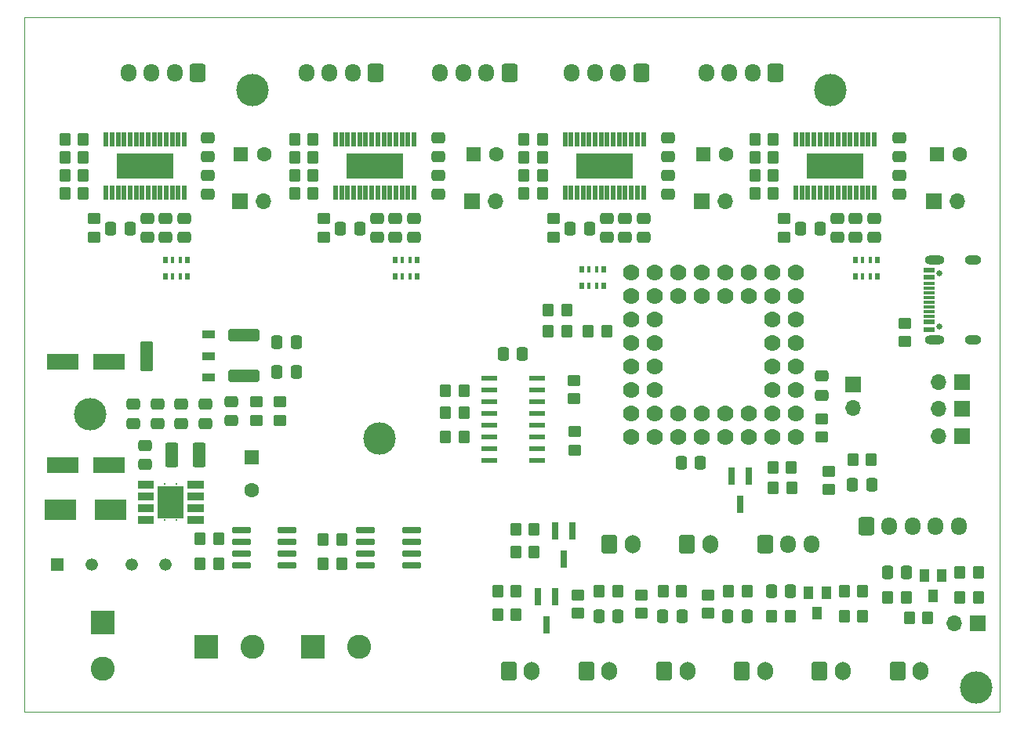
<source format=gbr>
%TF.GenerationSoftware,KiCad,Pcbnew,(6.0.6)*%
%TF.CreationDate,2022-09-07T02:31:15-05:00*%
%TF.ProjectId,rp2040-board,72703230-3430-42d6-926f-6172642e6b69,rev?*%
%TF.SameCoordinates,Original*%
%TF.FileFunction,Soldermask,Top*%
%TF.FilePolarity,Negative*%
%FSLAX46Y46*%
G04 Gerber Fmt 4.6, Leading zero omitted, Abs format (unit mm)*
G04 Created by KiCad (PCBNEW (6.0.6)) date 2022-09-07 02:31:15*
%MOMM*%
%LPD*%
G01*
G04 APERTURE LIST*
G04 Aperture macros list*
%AMRoundRect*
0 Rectangle with rounded corners*
0 $1 Rounding radius*
0 $2 $3 $4 $5 $6 $7 $8 $9 X,Y pos of 4 corners*
0 Add a 4 corners polygon primitive as box body*
4,1,4,$2,$3,$4,$5,$6,$7,$8,$9,$2,$3,0*
0 Add four circle primitives for the rounded corners*
1,1,$1+$1,$2,$3*
1,1,$1+$1,$4,$5*
1,1,$1+$1,$6,$7*
1,1,$1+$1,$8,$9*
0 Add four rect primitives between the rounded corners*
20,1,$1+$1,$2,$3,$4,$5,0*
20,1,$1+$1,$4,$5,$6,$7,0*
20,1,$1+$1,$6,$7,$8,$9,0*
20,1,$1+$1,$8,$9,$2,$3,0*%
G04 Aperture macros list end*
%TA.AperFunction,Profile*%
%ADD10C,0.025400*%
%TD*%
%ADD11C,0.010000*%
%ADD12RoundRect,0.250000X0.350000X0.450000X-0.350000X0.450000X-0.350000X-0.450000X0.350000X-0.450000X0*%
%ADD13R,1.600000X1.600000*%
%ADD14C,1.600000*%
%ADD15C,0.609600*%
%ADD16O,1.803400X0.990600*%
%ADD17O,2.108200X0.990600*%
%ADD18C,0.660400*%
%ADD19R,1.143000X0.584200*%
%ADD20R,1.143000X0.304800*%
%ADD21RoundRect,0.250000X1.450000X-0.400000X1.450000X0.400000X-1.450000X0.400000X-1.450000X-0.400000X0*%
%ADD22RoundRect,0.042000X-0.943000X-0.258000X0.943000X-0.258000X0.943000X0.258000X-0.943000X0.258000X0*%
%ADD23RoundRect,0.250000X-0.337500X-0.475000X0.337500X-0.475000X0.337500X0.475000X-0.337500X0.475000X0*%
%ADD24RoundRect,0.250000X-0.475000X0.337500X-0.475000X-0.337500X0.475000X-0.337500X0.475000X0.337500X0*%
%ADD25RoundRect,0.250000X-0.350000X-0.450000X0.350000X-0.450000X0.350000X0.450000X-0.350000X0.450000X0*%
%ADD26RoundRect,0.250000X0.475000X-0.337500X0.475000X0.337500X-0.475000X0.337500X-0.475000X-0.337500X0*%
%ADD27R,0.500000X0.800000*%
%ADD28R,0.400000X0.800000*%
%ADD29C,0.300000*%
%ADD30RoundRect,0.250000X0.450000X-0.350000X0.450000X0.350000X-0.450000X0.350000X-0.450000X-0.350000X0*%
%ADD31RoundRect,0.250000X-0.450000X0.350000X-0.450000X-0.350000X0.450000X-0.350000X0.450000X0.350000X0*%
%ADD32R,1.700000X1.700000*%
%ADD33O,1.700000X1.700000*%
%ADD34RoundRect,0.093000X0.562000X-0.372000X0.562000X0.372000X-0.562000X0.372000X-0.562000X-0.372000X0*%
%ADD35RoundRect,0.131000X0.524000X-1.489000X0.524000X1.489000X-0.524000X1.489000X-0.524000X-1.489000X0*%
%ADD36R,0.800000X1.900000*%
%ADD37RoundRect,0.250000X-0.600000X-0.750000X0.600000X-0.750000X0.600000X0.750000X-0.600000X0.750000X0*%
%ADD38O,1.700000X2.000000*%
%ADD39R,1.000000X1.400000*%
%ADD40R,3.500000X1.800000*%
%ADD41RoundRect,0.041300X-0.833700X-0.253700X0.833700X-0.253700X0.833700X0.253700X-0.833700X0.253700X0*%
%ADD42C,1.778000*%
%ADD43RoundRect,0.250000X0.337500X0.475000X-0.337500X0.475000X-0.337500X-0.475000X0.337500X-0.475000X0*%
%ADD44RoundRect,0.020000X0.180000X-0.760000X0.180000X0.760000X-0.180000X0.760000X-0.180000X-0.760000X0*%
%ADD45R,6.200000X2.750000*%
%ADD46C,3.500000*%
%ADD47R,2.600000X2.600000*%
%ADD48C,2.600000*%
%ADD49RoundRect,0.250001X-0.462499X-1.074999X0.462499X-1.074999X0.462499X1.074999X-0.462499X1.074999X0*%
%ADD50R,3.500000X2.300000*%
%ADD51RoundRect,0.250000X0.600000X0.725000X-0.600000X0.725000X-0.600000X-0.725000X0.600000X-0.725000X0*%
%ADD52O,1.700000X1.950000*%
%ADD53RoundRect,0.250000X-0.600000X-0.725000X0.600000X-0.725000X0.600000X0.725000X-0.600000X0.725000X0*%
%ADD54R,1.337000X1.337000*%
%ADD55C,1.337000*%
G04 APERTURE END LIST*
D10*
X97650000Y-63005200D02*
X97650000Y-138100000D01*
X202952600Y-63000000D02*
X97650000Y-63005200D01*
X202952600Y-138094800D02*
X202952600Y-63000000D01*
X97650000Y-138100000D02*
X202952600Y-138094800D01*
%TO.C,U2*%
G36*
X111513000Y-114446000D02*
G01*
X111515000Y-114446000D01*
X111518000Y-114447000D01*
X111520000Y-114447000D01*
X111523000Y-114448000D01*
X111525000Y-114449000D01*
X111528000Y-114450000D01*
X111530000Y-114452000D01*
X111532000Y-114453000D01*
X111534000Y-114455000D01*
X111536000Y-114456000D01*
X111544000Y-114464000D01*
X111545000Y-114466000D01*
X111547000Y-114468000D01*
X111548000Y-114470000D01*
X111550000Y-114472000D01*
X111551000Y-114475000D01*
X111552000Y-114477000D01*
X111553000Y-114480000D01*
X111553000Y-114482000D01*
X111554000Y-114485000D01*
X111554000Y-114487000D01*
X111555000Y-114490000D01*
X111555000Y-115140000D01*
X111554000Y-115143000D01*
X111554000Y-115145000D01*
X111553000Y-115148000D01*
X111553000Y-115150000D01*
X111552000Y-115153000D01*
X111551000Y-115155000D01*
X111550000Y-115158000D01*
X111548000Y-115160000D01*
X111547000Y-115162000D01*
X111545000Y-115164000D01*
X111544000Y-115166000D01*
X111536000Y-115174000D01*
X111534000Y-115175000D01*
X111532000Y-115177000D01*
X111530000Y-115178000D01*
X111528000Y-115180000D01*
X111525000Y-115181000D01*
X111523000Y-115182000D01*
X111520000Y-115183000D01*
X111518000Y-115183000D01*
X111515000Y-115184000D01*
X111513000Y-115184000D01*
X111510000Y-115185000D01*
X109910000Y-115185000D01*
X109907000Y-115184000D01*
X109905000Y-115184000D01*
X109902000Y-115183000D01*
X109900000Y-115183000D01*
X109897000Y-115182000D01*
X109895000Y-115181000D01*
X109892000Y-115180000D01*
X109890000Y-115178000D01*
X109888000Y-115177000D01*
X109886000Y-115175000D01*
X109884000Y-115174000D01*
X109876000Y-115166000D01*
X109875000Y-115164000D01*
X109873000Y-115162000D01*
X109872000Y-115160000D01*
X109870000Y-115158000D01*
X109869000Y-115155000D01*
X109868000Y-115153000D01*
X109867000Y-115150000D01*
X109867000Y-115148000D01*
X109866000Y-115145000D01*
X109866000Y-115143000D01*
X109865000Y-115140000D01*
X109865000Y-114490000D01*
X109866000Y-114487000D01*
X109866000Y-114485000D01*
X109867000Y-114482000D01*
X109867000Y-114480000D01*
X109868000Y-114477000D01*
X109869000Y-114475000D01*
X109870000Y-114472000D01*
X109872000Y-114470000D01*
X109873000Y-114468000D01*
X109875000Y-114466000D01*
X109876000Y-114464000D01*
X109884000Y-114456000D01*
X109886000Y-114455000D01*
X109888000Y-114453000D01*
X109890000Y-114452000D01*
X109892000Y-114450000D01*
X109895000Y-114449000D01*
X109897000Y-114448000D01*
X109900000Y-114447000D01*
X109902000Y-114447000D01*
X109905000Y-114446000D01*
X109907000Y-114446000D01*
X109910000Y-114445000D01*
X111510000Y-114445000D01*
X111513000Y-114446000D01*
G37*
D11*
X111513000Y-114446000D02*
X111515000Y-114446000D01*
X111518000Y-114447000D01*
X111520000Y-114447000D01*
X111523000Y-114448000D01*
X111525000Y-114449000D01*
X111528000Y-114450000D01*
X111530000Y-114452000D01*
X111532000Y-114453000D01*
X111534000Y-114455000D01*
X111536000Y-114456000D01*
X111544000Y-114464000D01*
X111545000Y-114466000D01*
X111547000Y-114468000D01*
X111548000Y-114470000D01*
X111550000Y-114472000D01*
X111551000Y-114475000D01*
X111552000Y-114477000D01*
X111553000Y-114480000D01*
X111553000Y-114482000D01*
X111554000Y-114485000D01*
X111554000Y-114487000D01*
X111555000Y-114490000D01*
X111555000Y-115140000D01*
X111554000Y-115143000D01*
X111554000Y-115145000D01*
X111553000Y-115148000D01*
X111553000Y-115150000D01*
X111552000Y-115153000D01*
X111551000Y-115155000D01*
X111550000Y-115158000D01*
X111548000Y-115160000D01*
X111547000Y-115162000D01*
X111545000Y-115164000D01*
X111544000Y-115166000D01*
X111536000Y-115174000D01*
X111534000Y-115175000D01*
X111532000Y-115177000D01*
X111530000Y-115178000D01*
X111528000Y-115180000D01*
X111525000Y-115181000D01*
X111523000Y-115182000D01*
X111520000Y-115183000D01*
X111518000Y-115183000D01*
X111515000Y-115184000D01*
X111513000Y-115184000D01*
X111510000Y-115185000D01*
X109910000Y-115185000D01*
X109907000Y-115184000D01*
X109905000Y-115184000D01*
X109902000Y-115183000D01*
X109900000Y-115183000D01*
X109897000Y-115182000D01*
X109895000Y-115181000D01*
X109892000Y-115180000D01*
X109890000Y-115178000D01*
X109888000Y-115177000D01*
X109886000Y-115175000D01*
X109884000Y-115174000D01*
X109876000Y-115166000D01*
X109875000Y-115164000D01*
X109873000Y-115162000D01*
X109872000Y-115160000D01*
X109870000Y-115158000D01*
X109869000Y-115155000D01*
X109868000Y-115153000D01*
X109867000Y-115150000D01*
X109867000Y-115148000D01*
X109866000Y-115145000D01*
X109866000Y-115143000D01*
X109865000Y-115140000D01*
X109865000Y-114490000D01*
X109866000Y-114487000D01*
X109866000Y-114485000D01*
X109867000Y-114482000D01*
X109867000Y-114480000D01*
X109868000Y-114477000D01*
X109869000Y-114475000D01*
X109870000Y-114472000D01*
X109872000Y-114470000D01*
X109873000Y-114468000D01*
X109875000Y-114466000D01*
X109876000Y-114464000D01*
X109884000Y-114456000D01*
X109886000Y-114455000D01*
X109888000Y-114453000D01*
X109890000Y-114452000D01*
X109892000Y-114450000D01*
X109895000Y-114449000D01*
X109897000Y-114448000D01*
X109900000Y-114447000D01*
X109902000Y-114447000D01*
X109905000Y-114446000D01*
X109907000Y-114446000D01*
X109910000Y-114445000D01*
X111510000Y-114445000D01*
X111513000Y-114446000D01*
G36*
X116913000Y-115716000D02*
G01*
X116915000Y-115716000D01*
X116918000Y-115717000D01*
X116920000Y-115717000D01*
X116923000Y-115718000D01*
X116925000Y-115719000D01*
X116928000Y-115720000D01*
X116930000Y-115722000D01*
X116932000Y-115723000D01*
X116934000Y-115725000D01*
X116936000Y-115726000D01*
X116944000Y-115734000D01*
X116945000Y-115736000D01*
X116947000Y-115738000D01*
X116948000Y-115740000D01*
X116950000Y-115742000D01*
X116951000Y-115745000D01*
X116952000Y-115747000D01*
X116953000Y-115750000D01*
X116953000Y-115752000D01*
X116954000Y-115755000D01*
X116954000Y-115757000D01*
X116955000Y-115760000D01*
X116955000Y-116410000D01*
X116954000Y-116413000D01*
X116954000Y-116415000D01*
X116953000Y-116418000D01*
X116953000Y-116420000D01*
X116952000Y-116423000D01*
X116951000Y-116425000D01*
X116950000Y-116428000D01*
X116948000Y-116430000D01*
X116947000Y-116432000D01*
X116945000Y-116434000D01*
X116944000Y-116436000D01*
X116936000Y-116444000D01*
X116934000Y-116445000D01*
X116932000Y-116447000D01*
X116930000Y-116448000D01*
X116928000Y-116450000D01*
X116925000Y-116451000D01*
X116923000Y-116452000D01*
X116920000Y-116453000D01*
X116918000Y-116453000D01*
X116915000Y-116454000D01*
X116913000Y-116454000D01*
X116910000Y-116455000D01*
X115310000Y-116455000D01*
X115307000Y-116454000D01*
X115305000Y-116454000D01*
X115302000Y-116453000D01*
X115300000Y-116453000D01*
X115297000Y-116452000D01*
X115295000Y-116451000D01*
X115292000Y-116450000D01*
X115290000Y-116448000D01*
X115288000Y-116447000D01*
X115286000Y-116445000D01*
X115284000Y-116444000D01*
X115276000Y-116436000D01*
X115275000Y-116434000D01*
X115273000Y-116432000D01*
X115272000Y-116430000D01*
X115270000Y-116428000D01*
X115269000Y-116425000D01*
X115268000Y-116423000D01*
X115267000Y-116420000D01*
X115267000Y-116418000D01*
X115266000Y-116415000D01*
X115266000Y-116413000D01*
X115265000Y-116410000D01*
X115265000Y-115760000D01*
X115266000Y-115757000D01*
X115266000Y-115755000D01*
X115267000Y-115752000D01*
X115267000Y-115750000D01*
X115268000Y-115747000D01*
X115269000Y-115745000D01*
X115270000Y-115742000D01*
X115272000Y-115740000D01*
X115273000Y-115738000D01*
X115275000Y-115736000D01*
X115276000Y-115734000D01*
X115284000Y-115726000D01*
X115286000Y-115725000D01*
X115288000Y-115723000D01*
X115290000Y-115722000D01*
X115292000Y-115720000D01*
X115295000Y-115719000D01*
X115297000Y-115718000D01*
X115300000Y-115717000D01*
X115302000Y-115717000D01*
X115305000Y-115716000D01*
X115307000Y-115716000D01*
X115310000Y-115715000D01*
X116910000Y-115715000D01*
X116913000Y-115716000D01*
G37*
X116913000Y-115716000D02*
X116915000Y-115716000D01*
X116918000Y-115717000D01*
X116920000Y-115717000D01*
X116923000Y-115718000D01*
X116925000Y-115719000D01*
X116928000Y-115720000D01*
X116930000Y-115722000D01*
X116932000Y-115723000D01*
X116934000Y-115725000D01*
X116936000Y-115726000D01*
X116944000Y-115734000D01*
X116945000Y-115736000D01*
X116947000Y-115738000D01*
X116948000Y-115740000D01*
X116950000Y-115742000D01*
X116951000Y-115745000D01*
X116952000Y-115747000D01*
X116953000Y-115750000D01*
X116953000Y-115752000D01*
X116954000Y-115755000D01*
X116954000Y-115757000D01*
X116955000Y-115760000D01*
X116955000Y-116410000D01*
X116954000Y-116413000D01*
X116954000Y-116415000D01*
X116953000Y-116418000D01*
X116953000Y-116420000D01*
X116952000Y-116423000D01*
X116951000Y-116425000D01*
X116950000Y-116428000D01*
X116948000Y-116430000D01*
X116947000Y-116432000D01*
X116945000Y-116434000D01*
X116944000Y-116436000D01*
X116936000Y-116444000D01*
X116934000Y-116445000D01*
X116932000Y-116447000D01*
X116930000Y-116448000D01*
X116928000Y-116450000D01*
X116925000Y-116451000D01*
X116923000Y-116452000D01*
X116920000Y-116453000D01*
X116918000Y-116453000D01*
X116915000Y-116454000D01*
X116913000Y-116454000D01*
X116910000Y-116455000D01*
X115310000Y-116455000D01*
X115307000Y-116454000D01*
X115305000Y-116454000D01*
X115302000Y-116453000D01*
X115300000Y-116453000D01*
X115297000Y-116452000D01*
X115295000Y-116451000D01*
X115292000Y-116450000D01*
X115290000Y-116448000D01*
X115288000Y-116447000D01*
X115286000Y-116445000D01*
X115284000Y-116444000D01*
X115276000Y-116436000D01*
X115275000Y-116434000D01*
X115273000Y-116432000D01*
X115272000Y-116430000D01*
X115270000Y-116428000D01*
X115269000Y-116425000D01*
X115268000Y-116423000D01*
X115267000Y-116420000D01*
X115267000Y-116418000D01*
X115266000Y-116415000D01*
X115266000Y-116413000D01*
X115265000Y-116410000D01*
X115265000Y-115760000D01*
X115266000Y-115757000D01*
X115266000Y-115755000D01*
X115267000Y-115752000D01*
X115267000Y-115750000D01*
X115268000Y-115747000D01*
X115269000Y-115745000D01*
X115270000Y-115742000D01*
X115272000Y-115740000D01*
X115273000Y-115738000D01*
X115275000Y-115736000D01*
X115276000Y-115734000D01*
X115284000Y-115726000D01*
X115286000Y-115725000D01*
X115288000Y-115723000D01*
X115290000Y-115722000D01*
X115292000Y-115720000D01*
X115295000Y-115719000D01*
X115297000Y-115718000D01*
X115300000Y-115717000D01*
X115302000Y-115717000D01*
X115305000Y-115716000D01*
X115307000Y-115716000D01*
X115310000Y-115715000D01*
X116910000Y-115715000D01*
X116913000Y-115716000D01*
G36*
X116913000Y-114446000D02*
G01*
X116915000Y-114446000D01*
X116918000Y-114447000D01*
X116920000Y-114447000D01*
X116923000Y-114448000D01*
X116925000Y-114449000D01*
X116928000Y-114450000D01*
X116930000Y-114452000D01*
X116932000Y-114453000D01*
X116934000Y-114455000D01*
X116936000Y-114456000D01*
X116944000Y-114464000D01*
X116945000Y-114466000D01*
X116947000Y-114468000D01*
X116948000Y-114470000D01*
X116950000Y-114472000D01*
X116951000Y-114475000D01*
X116952000Y-114477000D01*
X116953000Y-114480000D01*
X116953000Y-114482000D01*
X116954000Y-114485000D01*
X116954000Y-114487000D01*
X116955000Y-114490000D01*
X116955000Y-115140000D01*
X116954000Y-115143000D01*
X116954000Y-115145000D01*
X116953000Y-115148000D01*
X116953000Y-115150000D01*
X116952000Y-115153000D01*
X116951000Y-115155000D01*
X116950000Y-115158000D01*
X116948000Y-115160000D01*
X116947000Y-115162000D01*
X116945000Y-115164000D01*
X116944000Y-115166000D01*
X116936000Y-115174000D01*
X116934000Y-115175000D01*
X116932000Y-115177000D01*
X116930000Y-115178000D01*
X116928000Y-115180000D01*
X116925000Y-115181000D01*
X116923000Y-115182000D01*
X116920000Y-115183000D01*
X116918000Y-115183000D01*
X116915000Y-115184000D01*
X116913000Y-115184000D01*
X116910000Y-115185000D01*
X115310000Y-115185000D01*
X115307000Y-115184000D01*
X115305000Y-115184000D01*
X115302000Y-115183000D01*
X115300000Y-115183000D01*
X115297000Y-115182000D01*
X115295000Y-115181000D01*
X115292000Y-115180000D01*
X115290000Y-115178000D01*
X115288000Y-115177000D01*
X115286000Y-115175000D01*
X115284000Y-115174000D01*
X115276000Y-115166000D01*
X115275000Y-115164000D01*
X115273000Y-115162000D01*
X115272000Y-115160000D01*
X115270000Y-115158000D01*
X115269000Y-115155000D01*
X115268000Y-115153000D01*
X115267000Y-115150000D01*
X115267000Y-115148000D01*
X115266000Y-115145000D01*
X115266000Y-115143000D01*
X115265000Y-115140000D01*
X115265000Y-114490000D01*
X115266000Y-114487000D01*
X115266000Y-114485000D01*
X115267000Y-114482000D01*
X115267000Y-114480000D01*
X115268000Y-114477000D01*
X115269000Y-114475000D01*
X115270000Y-114472000D01*
X115272000Y-114470000D01*
X115273000Y-114468000D01*
X115275000Y-114466000D01*
X115276000Y-114464000D01*
X115284000Y-114456000D01*
X115286000Y-114455000D01*
X115288000Y-114453000D01*
X115290000Y-114452000D01*
X115292000Y-114450000D01*
X115295000Y-114449000D01*
X115297000Y-114448000D01*
X115300000Y-114447000D01*
X115302000Y-114447000D01*
X115305000Y-114446000D01*
X115307000Y-114446000D01*
X115310000Y-114445000D01*
X116910000Y-114445000D01*
X116913000Y-114446000D01*
G37*
X116913000Y-114446000D02*
X116915000Y-114446000D01*
X116918000Y-114447000D01*
X116920000Y-114447000D01*
X116923000Y-114448000D01*
X116925000Y-114449000D01*
X116928000Y-114450000D01*
X116930000Y-114452000D01*
X116932000Y-114453000D01*
X116934000Y-114455000D01*
X116936000Y-114456000D01*
X116944000Y-114464000D01*
X116945000Y-114466000D01*
X116947000Y-114468000D01*
X116948000Y-114470000D01*
X116950000Y-114472000D01*
X116951000Y-114475000D01*
X116952000Y-114477000D01*
X116953000Y-114480000D01*
X116953000Y-114482000D01*
X116954000Y-114485000D01*
X116954000Y-114487000D01*
X116955000Y-114490000D01*
X116955000Y-115140000D01*
X116954000Y-115143000D01*
X116954000Y-115145000D01*
X116953000Y-115148000D01*
X116953000Y-115150000D01*
X116952000Y-115153000D01*
X116951000Y-115155000D01*
X116950000Y-115158000D01*
X116948000Y-115160000D01*
X116947000Y-115162000D01*
X116945000Y-115164000D01*
X116944000Y-115166000D01*
X116936000Y-115174000D01*
X116934000Y-115175000D01*
X116932000Y-115177000D01*
X116930000Y-115178000D01*
X116928000Y-115180000D01*
X116925000Y-115181000D01*
X116923000Y-115182000D01*
X116920000Y-115183000D01*
X116918000Y-115183000D01*
X116915000Y-115184000D01*
X116913000Y-115184000D01*
X116910000Y-115185000D01*
X115310000Y-115185000D01*
X115307000Y-115184000D01*
X115305000Y-115184000D01*
X115302000Y-115183000D01*
X115300000Y-115183000D01*
X115297000Y-115182000D01*
X115295000Y-115181000D01*
X115292000Y-115180000D01*
X115290000Y-115178000D01*
X115288000Y-115177000D01*
X115286000Y-115175000D01*
X115284000Y-115174000D01*
X115276000Y-115166000D01*
X115275000Y-115164000D01*
X115273000Y-115162000D01*
X115272000Y-115160000D01*
X115270000Y-115158000D01*
X115269000Y-115155000D01*
X115268000Y-115153000D01*
X115267000Y-115150000D01*
X115267000Y-115148000D01*
X115266000Y-115145000D01*
X115266000Y-115143000D01*
X115265000Y-115140000D01*
X115265000Y-114490000D01*
X115266000Y-114487000D01*
X115266000Y-114485000D01*
X115267000Y-114482000D01*
X115267000Y-114480000D01*
X115268000Y-114477000D01*
X115269000Y-114475000D01*
X115270000Y-114472000D01*
X115272000Y-114470000D01*
X115273000Y-114468000D01*
X115275000Y-114466000D01*
X115276000Y-114464000D01*
X115284000Y-114456000D01*
X115286000Y-114455000D01*
X115288000Y-114453000D01*
X115290000Y-114452000D01*
X115292000Y-114450000D01*
X115295000Y-114449000D01*
X115297000Y-114448000D01*
X115300000Y-114447000D01*
X115302000Y-114447000D01*
X115305000Y-114446000D01*
X115307000Y-114446000D01*
X115310000Y-114445000D01*
X116910000Y-114445000D01*
X116913000Y-114446000D01*
G36*
X111513000Y-113176000D02*
G01*
X111515000Y-113176000D01*
X111518000Y-113177000D01*
X111520000Y-113177000D01*
X111523000Y-113178000D01*
X111525000Y-113179000D01*
X111528000Y-113180000D01*
X111530000Y-113182000D01*
X111532000Y-113183000D01*
X111534000Y-113185000D01*
X111536000Y-113186000D01*
X111544000Y-113194000D01*
X111545000Y-113196000D01*
X111547000Y-113198000D01*
X111548000Y-113200000D01*
X111550000Y-113202000D01*
X111551000Y-113205000D01*
X111552000Y-113207000D01*
X111553000Y-113210000D01*
X111553000Y-113212000D01*
X111554000Y-113215000D01*
X111554000Y-113217000D01*
X111555000Y-113220000D01*
X111555000Y-113870000D01*
X111554000Y-113873000D01*
X111554000Y-113875000D01*
X111553000Y-113878000D01*
X111553000Y-113880000D01*
X111552000Y-113883000D01*
X111551000Y-113885000D01*
X111550000Y-113888000D01*
X111548000Y-113890000D01*
X111547000Y-113892000D01*
X111545000Y-113894000D01*
X111544000Y-113896000D01*
X111536000Y-113904000D01*
X111534000Y-113905000D01*
X111532000Y-113907000D01*
X111530000Y-113908000D01*
X111528000Y-113910000D01*
X111525000Y-113911000D01*
X111523000Y-113912000D01*
X111520000Y-113913000D01*
X111518000Y-113913000D01*
X111515000Y-113914000D01*
X111513000Y-113914000D01*
X111510000Y-113915000D01*
X109910000Y-113915000D01*
X109907000Y-113914000D01*
X109905000Y-113914000D01*
X109902000Y-113913000D01*
X109900000Y-113913000D01*
X109897000Y-113912000D01*
X109895000Y-113911000D01*
X109892000Y-113910000D01*
X109890000Y-113908000D01*
X109888000Y-113907000D01*
X109886000Y-113905000D01*
X109884000Y-113904000D01*
X109876000Y-113896000D01*
X109875000Y-113894000D01*
X109873000Y-113892000D01*
X109872000Y-113890000D01*
X109870000Y-113888000D01*
X109869000Y-113885000D01*
X109868000Y-113883000D01*
X109867000Y-113880000D01*
X109867000Y-113878000D01*
X109866000Y-113875000D01*
X109866000Y-113873000D01*
X109865000Y-113870000D01*
X109865000Y-113220000D01*
X109866000Y-113217000D01*
X109866000Y-113215000D01*
X109867000Y-113212000D01*
X109867000Y-113210000D01*
X109868000Y-113207000D01*
X109869000Y-113205000D01*
X109870000Y-113202000D01*
X109872000Y-113200000D01*
X109873000Y-113198000D01*
X109875000Y-113196000D01*
X109876000Y-113194000D01*
X109884000Y-113186000D01*
X109886000Y-113185000D01*
X109888000Y-113183000D01*
X109890000Y-113182000D01*
X109892000Y-113180000D01*
X109895000Y-113179000D01*
X109897000Y-113178000D01*
X109900000Y-113177000D01*
X109902000Y-113177000D01*
X109905000Y-113176000D01*
X109907000Y-113176000D01*
X109910000Y-113175000D01*
X111510000Y-113175000D01*
X111513000Y-113176000D01*
G37*
X111513000Y-113176000D02*
X111515000Y-113176000D01*
X111518000Y-113177000D01*
X111520000Y-113177000D01*
X111523000Y-113178000D01*
X111525000Y-113179000D01*
X111528000Y-113180000D01*
X111530000Y-113182000D01*
X111532000Y-113183000D01*
X111534000Y-113185000D01*
X111536000Y-113186000D01*
X111544000Y-113194000D01*
X111545000Y-113196000D01*
X111547000Y-113198000D01*
X111548000Y-113200000D01*
X111550000Y-113202000D01*
X111551000Y-113205000D01*
X111552000Y-113207000D01*
X111553000Y-113210000D01*
X111553000Y-113212000D01*
X111554000Y-113215000D01*
X111554000Y-113217000D01*
X111555000Y-113220000D01*
X111555000Y-113870000D01*
X111554000Y-113873000D01*
X111554000Y-113875000D01*
X111553000Y-113878000D01*
X111553000Y-113880000D01*
X111552000Y-113883000D01*
X111551000Y-113885000D01*
X111550000Y-113888000D01*
X111548000Y-113890000D01*
X111547000Y-113892000D01*
X111545000Y-113894000D01*
X111544000Y-113896000D01*
X111536000Y-113904000D01*
X111534000Y-113905000D01*
X111532000Y-113907000D01*
X111530000Y-113908000D01*
X111528000Y-113910000D01*
X111525000Y-113911000D01*
X111523000Y-113912000D01*
X111520000Y-113913000D01*
X111518000Y-113913000D01*
X111515000Y-113914000D01*
X111513000Y-113914000D01*
X111510000Y-113915000D01*
X109910000Y-113915000D01*
X109907000Y-113914000D01*
X109905000Y-113914000D01*
X109902000Y-113913000D01*
X109900000Y-113913000D01*
X109897000Y-113912000D01*
X109895000Y-113911000D01*
X109892000Y-113910000D01*
X109890000Y-113908000D01*
X109888000Y-113907000D01*
X109886000Y-113905000D01*
X109884000Y-113904000D01*
X109876000Y-113896000D01*
X109875000Y-113894000D01*
X109873000Y-113892000D01*
X109872000Y-113890000D01*
X109870000Y-113888000D01*
X109869000Y-113885000D01*
X109868000Y-113883000D01*
X109867000Y-113880000D01*
X109867000Y-113878000D01*
X109866000Y-113875000D01*
X109866000Y-113873000D01*
X109865000Y-113870000D01*
X109865000Y-113220000D01*
X109866000Y-113217000D01*
X109866000Y-113215000D01*
X109867000Y-113212000D01*
X109867000Y-113210000D01*
X109868000Y-113207000D01*
X109869000Y-113205000D01*
X109870000Y-113202000D01*
X109872000Y-113200000D01*
X109873000Y-113198000D01*
X109875000Y-113196000D01*
X109876000Y-113194000D01*
X109884000Y-113186000D01*
X109886000Y-113185000D01*
X109888000Y-113183000D01*
X109890000Y-113182000D01*
X109892000Y-113180000D01*
X109895000Y-113179000D01*
X109897000Y-113178000D01*
X109900000Y-113177000D01*
X109902000Y-113177000D01*
X109905000Y-113176000D01*
X109907000Y-113176000D01*
X109910000Y-113175000D01*
X111510000Y-113175000D01*
X111513000Y-113176000D01*
G36*
X116913000Y-116986000D02*
G01*
X116915000Y-116986000D01*
X116918000Y-116987000D01*
X116920000Y-116987000D01*
X116923000Y-116988000D01*
X116925000Y-116989000D01*
X116928000Y-116990000D01*
X116930000Y-116992000D01*
X116932000Y-116993000D01*
X116934000Y-116995000D01*
X116936000Y-116996000D01*
X116944000Y-117004000D01*
X116945000Y-117006000D01*
X116947000Y-117008000D01*
X116948000Y-117010000D01*
X116950000Y-117012000D01*
X116951000Y-117015000D01*
X116952000Y-117017000D01*
X116953000Y-117020000D01*
X116953000Y-117022000D01*
X116954000Y-117025000D01*
X116954000Y-117027000D01*
X116955000Y-117030000D01*
X116955000Y-117680000D01*
X116954000Y-117683000D01*
X116954000Y-117685000D01*
X116953000Y-117688000D01*
X116953000Y-117690000D01*
X116952000Y-117693000D01*
X116951000Y-117695000D01*
X116950000Y-117698000D01*
X116948000Y-117700000D01*
X116947000Y-117702000D01*
X116945000Y-117704000D01*
X116944000Y-117706000D01*
X116936000Y-117714000D01*
X116934000Y-117715000D01*
X116932000Y-117717000D01*
X116930000Y-117718000D01*
X116928000Y-117720000D01*
X116925000Y-117721000D01*
X116923000Y-117722000D01*
X116920000Y-117723000D01*
X116918000Y-117723000D01*
X116915000Y-117724000D01*
X116913000Y-117724000D01*
X116910000Y-117725000D01*
X115310000Y-117725000D01*
X115307000Y-117724000D01*
X115305000Y-117724000D01*
X115302000Y-117723000D01*
X115300000Y-117723000D01*
X115297000Y-117722000D01*
X115295000Y-117721000D01*
X115292000Y-117720000D01*
X115290000Y-117718000D01*
X115288000Y-117717000D01*
X115286000Y-117715000D01*
X115284000Y-117714000D01*
X115276000Y-117706000D01*
X115275000Y-117704000D01*
X115273000Y-117702000D01*
X115272000Y-117700000D01*
X115270000Y-117698000D01*
X115269000Y-117695000D01*
X115268000Y-117693000D01*
X115267000Y-117690000D01*
X115267000Y-117688000D01*
X115266000Y-117685000D01*
X115266000Y-117683000D01*
X115265000Y-117680000D01*
X115265000Y-117030000D01*
X115266000Y-117027000D01*
X115266000Y-117025000D01*
X115267000Y-117022000D01*
X115267000Y-117020000D01*
X115268000Y-117017000D01*
X115269000Y-117015000D01*
X115270000Y-117012000D01*
X115272000Y-117010000D01*
X115273000Y-117008000D01*
X115275000Y-117006000D01*
X115276000Y-117004000D01*
X115284000Y-116996000D01*
X115286000Y-116995000D01*
X115288000Y-116993000D01*
X115290000Y-116992000D01*
X115292000Y-116990000D01*
X115295000Y-116989000D01*
X115297000Y-116988000D01*
X115300000Y-116987000D01*
X115302000Y-116987000D01*
X115305000Y-116986000D01*
X115307000Y-116986000D01*
X115310000Y-116985000D01*
X116910000Y-116985000D01*
X116913000Y-116986000D01*
G37*
X116913000Y-116986000D02*
X116915000Y-116986000D01*
X116918000Y-116987000D01*
X116920000Y-116987000D01*
X116923000Y-116988000D01*
X116925000Y-116989000D01*
X116928000Y-116990000D01*
X116930000Y-116992000D01*
X116932000Y-116993000D01*
X116934000Y-116995000D01*
X116936000Y-116996000D01*
X116944000Y-117004000D01*
X116945000Y-117006000D01*
X116947000Y-117008000D01*
X116948000Y-117010000D01*
X116950000Y-117012000D01*
X116951000Y-117015000D01*
X116952000Y-117017000D01*
X116953000Y-117020000D01*
X116953000Y-117022000D01*
X116954000Y-117025000D01*
X116954000Y-117027000D01*
X116955000Y-117030000D01*
X116955000Y-117680000D01*
X116954000Y-117683000D01*
X116954000Y-117685000D01*
X116953000Y-117688000D01*
X116953000Y-117690000D01*
X116952000Y-117693000D01*
X116951000Y-117695000D01*
X116950000Y-117698000D01*
X116948000Y-117700000D01*
X116947000Y-117702000D01*
X116945000Y-117704000D01*
X116944000Y-117706000D01*
X116936000Y-117714000D01*
X116934000Y-117715000D01*
X116932000Y-117717000D01*
X116930000Y-117718000D01*
X116928000Y-117720000D01*
X116925000Y-117721000D01*
X116923000Y-117722000D01*
X116920000Y-117723000D01*
X116918000Y-117723000D01*
X116915000Y-117724000D01*
X116913000Y-117724000D01*
X116910000Y-117725000D01*
X115310000Y-117725000D01*
X115307000Y-117724000D01*
X115305000Y-117724000D01*
X115302000Y-117723000D01*
X115300000Y-117723000D01*
X115297000Y-117722000D01*
X115295000Y-117721000D01*
X115292000Y-117720000D01*
X115290000Y-117718000D01*
X115288000Y-117717000D01*
X115286000Y-117715000D01*
X115284000Y-117714000D01*
X115276000Y-117706000D01*
X115275000Y-117704000D01*
X115273000Y-117702000D01*
X115272000Y-117700000D01*
X115270000Y-117698000D01*
X115269000Y-117695000D01*
X115268000Y-117693000D01*
X115267000Y-117690000D01*
X115267000Y-117688000D01*
X115266000Y-117685000D01*
X115266000Y-117683000D01*
X115265000Y-117680000D01*
X115265000Y-117030000D01*
X115266000Y-117027000D01*
X115266000Y-117025000D01*
X115267000Y-117022000D01*
X115267000Y-117020000D01*
X115268000Y-117017000D01*
X115269000Y-117015000D01*
X115270000Y-117012000D01*
X115272000Y-117010000D01*
X115273000Y-117008000D01*
X115275000Y-117006000D01*
X115276000Y-117004000D01*
X115284000Y-116996000D01*
X115286000Y-116995000D01*
X115288000Y-116993000D01*
X115290000Y-116992000D01*
X115292000Y-116990000D01*
X115295000Y-116989000D01*
X115297000Y-116988000D01*
X115300000Y-116987000D01*
X115302000Y-116987000D01*
X115305000Y-116986000D01*
X115307000Y-116986000D01*
X115310000Y-116985000D01*
X116910000Y-116985000D01*
X116913000Y-116986000D01*
G36*
X111513000Y-116986000D02*
G01*
X111515000Y-116986000D01*
X111518000Y-116987000D01*
X111520000Y-116987000D01*
X111523000Y-116988000D01*
X111525000Y-116989000D01*
X111528000Y-116990000D01*
X111530000Y-116992000D01*
X111532000Y-116993000D01*
X111534000Y-116995000D01*
X111536000Y-116996000D01*
X111544000Y-117004000D01*
X111545000Y-117006000D01*
X111547000Y-117008000D01*
X111548000Y-117010000D01*
X111550000Y-117012000D01*
X111551000Y-117015000D01*
X111552000Y-117017000D01*
X111553000Y-117020000D01*
X111553000Y-117022000D01*
X111554000Y-117025000D01*
X111554000Y-117027000D01*
X111555000Y-117030000D01*
X111555000Y-117680000D01*
X111554000Y-117683000D01*
X111554000Y-117685000D01*
X111553000Y-117688000D01*
X111553000Y-117690000D01*
X111552000Y-117693000D01*
X111551000Y-117695000D01*
X111550000Y-117698000D01*
X111548000Y-117700000D01*
X111547000Y-117702000D01*
X111545000Y-117704000D01*
X111544000Y-117706000D01*
X111536000Y-117714000D01*
X111534000Y-117715000D01*
X111532000Y-117717000D01*
X111530000Y-117718000D01*
X111528000Y-117720000D01*
X111525000Y-117721000D01*
X111523000Y-117722000D01*
X111520000Y-117723000D01*
X111518000Y-117723000D01*
X111515000Y-117724000D01*
X111513000Y-117724000D01*
X111510000Y-117725000D01*
X109910000Y-117725000D01*
X109907000Y-117724000D01*
X109905000Y-117724000D01*
X109902000Y-117723000D01*
X109900000Y-117723000D01*
X109897000Y-117722000D01*
X109895000Y-117721000D01*
X109892000Y-117720000D01*
X109890000Y-117718000D01*
X109888000Y-117717000D01*
X109886000Y-117715000D01*
X109884000Y-117714000D01*
X109876000Y-117706000D01*
X109875000Y-117704000D01*
X109873000Y-117702000D01*
X109872000Y-117700000D01*
X109870000Y-117698000D01*
X109869000Y-117695000D01*
X109868000Y-117693000D01*
X109867000Y-117690000D01*
X109867000Y-117688000D01*
X109866000Y-117685000D01*
X109866000Y-117683000D01*
X109865000Y-117680000D01*
X109865000Y-117030000D01*
X109866000Y-117027000D01*
X109866000Y-117025000D01*
X109867000Y-117022000D01*
X109867000Y-117020000D01*
X109868000Y-117017000D01*
X109869000Y-117015000D01*
X109870000Y-117012000D01*
X109872000Y-117010000D01*
X109873000Y-117008000D01*
X109875000Y-117006000D01*
X109876000Y-117004000D01*
X109884000Y-116996000D01*
X109886000Y-116995000D01*
X109888000Y-116993000D01*
X109890000Y-116992000D01*
X109892000Y-116990000D01*
X109895000Y-116989000D01*
X109897000Y-116988000D01*
X109900000Y-116987000D01*
X109902000Y-116987000D01*
X109905000Y-116986000D01*
X109907000Y-116986000D01*
X109910000Y-116985000D01*
X111510000Y-116985000D01*
X111513000Y-116986000D01*
G37*
X111513000Y-116986000D02*
X111515000Y-116986000D01*
X111518000Y-116987000D01*
X111520000Y-116987000D01*
X111523000Y-116988000D01*
X111525000Y-116989000D01*
X111528000Y-116990000D01*
X111530000Y-116992000D01*
X111532000Y-116993000D01*
X111534000Y-116995000D01*
X111536000Y-116996000D01*
X111544000Y-117004000D01*
X111545000Y-117006000D01*
X111547000Y-117008000D01*
X111548000Y-117010000D01*
X111550000Y-117012000D01*
X111551000Y-117015000D01*
X111552000Y-117017000D01*
X111553000Y-117020000D01*
X111553000Y-117022000D01*
X111554000Y-117025000D01*
X111554000Y-117027000D01*
X111555000Y-117030000D01*
X111555000Y-117680000D01*
X111554000Y-117683000D01*
X111554000Y-117685000D01*
X111553000Y-117688000D01*
X111553000Y-117690000D01*
X111552000Y-117693000D01*
X111551000Y-117695000D01*
X111550000Y-117698000D01*
X111548000Y-117700000D01*
X111547000Y-117702000D01*
X111545000Y-117704000D01*
X111544000Y-117706000D01*
X111536000Y-117714000D01*
X111534000Y-117715000D01*
X111532000Y-117717000D01*
X111530000Y-117718000D01*
X111528000Y-117720000D01*
X111525000Y-117721000D01*
X111523000Y-117722000D01*
X111520000Y-117723000D01*
X111518000Y-117723000D01*
X111515000Y-117724000D01*
X111513000Y-117724000D01*
X111510000Y-117725000D01*
X109910000Y-117725000D01*
X109907000Y-117724000D01*
X109905000Y-117724000D01*
X109902000Y-117723000D01*
X109900000Y-117723000D01*
X109897000Y-117722000D01*
X109895000Y-117721000D01*
X109892000Y-117720000D01*
X109890000Y-117718000D01*
X109888000Y-117717000D01*
X109886000Y-117715000D01*
X109884000Y-117714000D01*
X109876000Y-117706000D01*
X109875000Y-117704000D01*
X109873000Y-117702000D01*
X109872000Y-117700000D01*
X109870000Y-117698000D01*
X109869000Y-117695000D01*
X109868000Y-117693000D01*
X109867000Y-117690000D01*
X109867000Y-117688000D01*
X109866000Y-117685000D01*
X109866000Y-117683000D01*
X109865000Y-117680000D01*
X109865000Y-117030000D01*
X109866000Y-117027000D01*
X109866000Y-117025000D01*
X109867000Y-117022000D01*
X109867000Y-117020000D01*
X109868000Y-117017000D01*
X109869000Y-117015000D01*
X109870000Y-117012000D01*
X109872000Y-117010000D01*
X109873000Y-117008000D01*
X109875000Y-117006000D01*
X109876000Y-117004000D01*
X109884000Y-116996000D01*
X109886000Y-116995000D01*
X109888000Y-116993000D01*
X109890000Y-116992000D01*
X109892000Y-116990000D01*
X109895000Y-116989000D01*
X109897000Y-116988000D01*
X109900000Y-116987000D01*
X109902000Y-116987000D01*
X109905000Y-116986000D01*
X109907000Y-116986000D01*
X109910000Y-116985000D01*
X111510000Y-116985000D01*
X111513000Y-116986000D01*
G36*
X114765000Y-117150000D02*
G01*
X112055000Y-117150000D01*
X112055000Y-113750000D01*
X114765000Y-113750000D01*
X114765000Y-117150000D01*
G37*
X114765000Y-117150000D02*
X112055000Y-117150000D01*
X112055000Y-113750000D01*
X114765000Y-113750000D01*
X114765000Y-117150000D01*
G36*
X111513000Y-115716000D02*
G01*
X111515000Y-115716000D01*
X111518000Y-115717000D01*
X111520000Y-115717000D01*
X111523000Y-115718000D01*
X111525000Y-115719000D01*
X111528000Y-115720000D01*
X111530000Y-115722000D01*
X111532000Y-115723000D01*
X111534000Y-115725000D01*
X111536000Y-115726000D01*
X111544000Y-115734000D01*
X111545000Y-115736000D01*
X111547000Y-115738000D01*
X111548000Y-115740000D01*
X111550000Y-115742000D01*
X111551000Y-115745000D01*
X111552000Y-115747000D01*
X111553000Y-115750000D01*
X111553000Y-115752000D01*
X111554000Y-115755000D01*
X111554000Y-115757000D01*
X111555000Y-115760000D01*
X111555000Y-116410000D01*
X111554000Y-116413000D01*
X111554000Y-116415000D01*
X111553000Y-116418000D01*
X111553000Y-116420000D01*
X111552000Y-116423000D01*
X111551000Y-116425000D01*
X111550000Y-116428000D01*
X111548000Y-116430000D01*
X111547000Y-116432000D01*
X111545000Y-116434000D01*
X111544000Y-116436000D01*
X111536000Y-116444000D01*
X111534000Y-116445000D01*
X111532000Y-116447000D01*
X111530000Y-116448000D01*
X111528000Y-116450000D01*
X111525000Y-116451000D01*
X111523000Y-116452000D01*
X111520000Y-116453000D01*
X111518000Y-116453000D01*
X111515000Y-116454000D01*
X111513000Y-116454000D01*
X111510000Y-116455000D01*
X109910000Y-116455000D01*
X109907000Y-116454000D01*
X109905000Y-116454000D01*
X109902000Y-116453000D01*
X109900000Y-116453000D01*
X109897000Y-116452000D01*
X109895000Y-116451000D01*
X109892000Y-116450000D01*
X109890000Y-116448000D01*
X109888000Y-116447000D01*
X109886000Y-116445000D01*
X109884000Y-116444000D01*
X109876000Y-116436000D01*
X109875000Y-116434000D01*
X109873000Y-116432000D01*
X109872000Y-116430000D01*
X109870000Y-116428000D01*
X109869000Y-116425000D01*
X109868000Y-116423000D01*
X109867000Y-116420000D01*
X109867000Y-116418000D01*
X109866000Y-116415000D01*
X109866000Y-116413000D01*
X109865000Y-116410000D01*
X109865000Y-115760000D01*
X109866000Y-115757000D01*
X109866000Y-115755000D01*
X109867000Y-115752000D01*
X109867000Y-115750000D01*
X109868000Y-115747000D01*
X109869000Y-115745000D01*
X109870000Y-115742000D01*
X109872000Y-115740000D01*
X109873000Y-115738000D01*
X109875000Y-115736000D01*
X109876000Y-115734000D01*
X109884000Y-115726000D01*
X109886000Y-115725000D01*
X109888000Y-115723000D01*
X109890000Y-115722000D01*
X109892000Y-115720000D01*
X109895000Y-115719000D01*
X109897000Y-115718000D01*
X109900000Y-115717000D01*
X109902000Y-115717000D01*
X109905000Y-115716000D01*
X109907000Y-115716000D01*
X109910000Y-115715000D01*
X111510000Y-115715000D01*
X111513000Y-115716000D01*
G37*
X111513000Y-115716000D02*
X111515000Y-115716000D01*
X111518000Y-115717000D01*
X111520000Y-115717000D01*
X111523000Y-115718000D01*
X111525000Y-115719000D01*
X111528000Y-115720000D01*
X111530000Y-115722000D01*
X111532000Y-115723000D01*
X111534000Y-115725000D01*
X111536000Y-115726000D01*
X111544000Y-115734000D01*
X111545000Y-115736000D01*
X111547000Y-115738000D01*
X111548000Y-115740000D01*
X111550000Y-115742000D01*
X111551000Y-115745000D01*
X111552000Y-115747000D01*
X111553000Y-115750000D01*
X111553000Y-115752000D01*
X111554000Y-115755000D01*
X111554000Y-115757000D01*
X111555000Y-115760000D01*
X111555000Y-116410000D01*
X111554000Y-116413000D01*
X111554000Y-116415000D01*
X111553000Y-116418000D01*
X111553000Y-116420000D01*
X111552000Y-116423000D01*
X111551000Y-116425000D01*
X111550000Y-116428000D01*
X111548000Y-116430000D01*
X111547000Y-116432000D01*
X111545000Y-116434000D01*
X111544000Y-116436000D01*
X111536000Y-116444000D01*
X111534000Y-116445000D01*
X111532000Y-116447000D01*
X111530000Y-116448000D01*
X111528000Y-116450000D01*
X111525000Y-116451000D01*
X111523000Y-116452000D01*
X111520000Y-116453000D01*
X111518000Y-116453000D01*
X111515000Y-116454000D01*
X111513000Y-116454000D01*
X111510000Y-116455000D01*
X109910000Y-116455000D01*
X109907000Y-116454000D01*
X109905000Y-116454000D01*
X109902000Y-116453000D01*
X109900000Y-116453000D01*
X109897000Y-116452000D01*
X109895000Y-116451000D01*
X109892000Y-116450000D01*
X109890000Y-116448000D01*
X109888000Y-116447000D01*
X109886000Y-116445000D01*
X109884000Y-116444000D01*
X109876000Y-116436000D01*
X109875000Y-116434000D01*
X109873000Y-116432000D01*
X109872000Y-116430000D01*
X109870000Y-116428000D01*
X109869000Y-116425000D01*
X109868000Y-116423000D01*
X109867000Y-116420000D01*
X109867000Y-116418000D01*
X109866000Y-116415000D01*
X109866000Y-116413000D01*
X109865000Y-116410000D01*
X109865000Y-115760000D01*
X109866000Y-115757000D01*
X109866000Y-115755000D01*
X109867000Y-115752000D01*
X109867000Y-115750000D01*
X109868000Y-115747000D01*
X109869000Y-115745000D01*
X109870000Y-115742000D01*
X109872000Y-115740000D01*
X109873000Y-115738000D01*
X109875000Y-115736000D01*
X109876000Y-115734000D01*
X109884000Y-115726000D01*
X109886000Y-115725000D01*
X109888000Y-115723000D01*
X109890000Y-115722000D01*
X109892000Y-115720000D01*
X109895000Y-115719000D01*
X109897000Y-115718000D01*
X109900000Y-115717000D01*
X109902000Y-115717000D01*
X109905000Y-115716000D01*
X109907000Y-115716000D01*
X109910000Y-115715000D01*
X111510000Y-115715000D01*
X111513000Y-115716000D01*
G36*
X116913000Y-113176000D02*
G01*
X116915000Y-113176000D01*
X116918000Y-113177000D01*
X116920000Y-113177000D01*
X116923000Y-113178000D01*
X116925000Y-113179000D01*
X116928000Y-113180000D01*
X116930000Y-113182000D01*
X116932000Y-113183000D01*
X116934000Y-113185000D01*
X116936000Y-113186000D01*
X116944000Y-113194000D01*
X116945000Y-113196000D01*
X116947000Y-113198000D01*
X116948000Y-113200000D01*
X116950000Y-113202000D01*
X116951000Y-113205000D01*
X116952000Y-113207000D01*
X116953000Y-113210000D01*
X116953000Y-113212000D01*
X116954000Y-113215000D01*
X116954000Y-113217000D01*
X116955000Y-113220000D01*
X116955000Y-113870000D01*
X116954000Y-113873000D01*
X116954000Y-113875000D01*
X116953000Y-113878000D01*
X116953000Y-113880000D01*
X116952000Y-113883000D01*
X116951000Y-113885000D01*
X116950000Y-113888000D01*
X116948000Y-113890000D01*
X116947000Y-113892000D01*
X116945000Y-113894000D01*
X116944000Y-113896000D01*
X116936000Y-113904000D01*
X116934000Y-113905000D01*
X116932000Y-113907000D01*
X116930000Y-113908000D01*
X116928000Y-113910000D01*
X116925000Y-113911000D01*
X116923000Y-113912000D01*
X116920000Y-113913000D01*
X116918000Y-113913000D01*
X116915000Y-113914000D01*
X116913000Y-113914000D01*
X116910000Y-113915000D01*
X115310000Y-113915000D01*
X115307000Y-113914000D01*
X115305000Y-113914000D01*
X115302000Y-113913000D01*
X115300000Y-113913000D01*
X115297000Y-113912000D01*
X115295000Y-113911000D01*
X115292000Y-113910000D01*
X115290000Y-113908000D01*
X115288000Y-113907000D01*
X115286000Y-113905000D01*
X115284000Y-113904000D01*
X115276000Y-113896000D01*
X115275000Y-113894000D01*
X115273000Y-113892000D01*
X115272000Y-113890000D01*
X115270000Y-113888000D01*
X115269000Y-113885000D01*
X115268000Y-113883000D01*
X115267000Y-113880000D01*
X115267000Y-113878000D01*
X115266000Y-113875000D01*
X115266000Y-113873000D01*
X115265000Y-113870000D01*
X115265000Y-113220000D01*
X115266000Y-113217000D01*
X115266000Y-113215000D01*
X115267000Y-113212000D01*
X115267000Y-113210000D01*
X115268000Y-113207000D01*
X115269000Y-113205000D01*
X115270000Y-113202000D01*
X115272000Y-113200000D01*
X115273000Y-113198000D01*
X115275000Y-113196000D01*
X115276000Y-113194000D01*
X115284000Y-113186000D01*
X115286000Y-113185000D01*
X115288000Y-113183000D01*
X115290000Y-113182000D01*
X115292000Y-113180000D01*
X115295000Y-113179000D01*
X115297000Y-113178000D01*
X115300000Y-113177000D01*
X115302000Y-113177000D01*
X115305000Y-113176000D01*
X115307000Y-113176000D01*
X115310000Y-113175000D01*
X116910000Y-113175000D01*
X116913000Y-113176000D01*
G37*
X116913000Y-113176000D02*
X116915000Y-113176000D01*
X116918000Y-113177000D01*
X116920000Y-113177000D01*
X116923000Y-113178000D01*
X116925000Y-113179000D01*
X116928000Y-113180000D01*
X116930000Y-113182000D01*
X116932000Y-113183000D01*
X116934000Y-113185000D01*
X116936000Y-113186000D01*
X116944000Y-113194000D01*
X116945000Y-113196000D01*
X116947000Y-113198000D01*
X116948000Y-113200000D01*
X116950000Y-113202000D01*
X116951000Y-113205000D01*
X116952000Y-113207000D01*
X116953000Y-113210000D01*
X116953000Y-113212000D01*
X116954000Y-113215000D01*
X116954000Y-113217000D01*
X116955000Y-113220000D01*
X116955000Y-113870000D01*
X116954000Y-113873000D01*
X116954000Y-113875000D01*
X116953000Y-113878000D01*
X116953000Y-113880000D01*
X116952000Y-113883000D01*
X116951000Y-113885000D01*
X116950000Y-113888000D01*
X116948000Y-113890000D01*
X116947000Y-113892000D01*
X116945000Y-113894000D01*
X116944000Y-113896000D01*
X116936000Y-113904000D01*
X116934000Y-113905000D01*
X116932000Y-113907000D01*
X116930000Y-113908000D01*
X116928000Y-113910000D01*
X116925000Y-113911000D01*
X116923000Y-113912000D01*
X116920000Y-113913000D01*
X116918000Y-113913000D01*
X116915000Y-113914000D01*
X116913000Y-113914000D01*
X116910000Y-113915000D01*
X115310000Y-113915000D01*
X115307000Y-113914000D01*
X115305000Y-113914000D01*
X115302000Y-113913000D01*
X115300000Y-113913000D01*
X115297000Y-113912000D01*
X115295000Y-113911000D01*
X115292000Y-113910000D01*
X115290000Y-113908000D01*
X115288000Y-113907000D01*
X115286000Y-113905000D01*
X115284000Y-113904000D01*
X115276000Y-113896000D01*
X115275000Y-113894000D01*
X115273000Y-113892000D01*
X115272000Y-113890000D01*
X115270000Y-113888000D01*
X115269000Y-113885000D01*
X115268000Y-113883000D01*
X115267000Y-113880000D01*
X115267000Y-113878000D01*
X115266000Y-113875000D01*
X115266000Y-113873000D01*
X115265000Y-113870000D01*
X115265000Y-113220000D01*
X115266000Y-113217000D01*
X115266000Y-113215000D01*
X115267000Y-113212000D01*
X115267000Y-113210000D01*
X115268000Y-113207000D01*
X115269000Y-113205000D01*
X115270000Y-113202000D01*
X115272000Y-113200000D01*
X115273000Y-113198000D01*
X115275000Y-113196000D01*
X115276000Y-113194000D01*
X115284000Y-113186000D01*
X115286000Y-113185000D01*
X115288000Y-113183000D01*
X115290000Y-113182000D01*
X115292000Y-113180000D01*
X115295000Y-113179000D01*
X115297000Y-113178000D01*
X115300000Y-113177000D01*
X115302000Y-113177000D01*
X115305000Y-113176000D01*
X115307000Y-113176000D01*
X115310000Y-113175000D01*
X116910000Y-113175000D01*
X116913000Y-113176000D01*
%TD*%
D12*
%TO.C,R49*%
X153600000Y-78150000D03*
X151600000Y-78150000D03*
%TD*%
D13*
%TO.C,C11*%
X122150000Y-110647349D03*
D14*
X122150000Y-114147349D03*
%TD*%
D15*
%TO.C,J2*%
X199685500Y-97900000D03*
X200472900Y-97900000D03*
X195353100Y-89260000D03*
X199685500Y-89260000D03*
X200472900Y-89260000D03*
X196445300Y-97900002D03*
X195353100Y-97900002D03*
X196445300Y-89260000D03*
D16*
X200079200Y-97900002D03*
X200079200Y-89259998D03*
D17*
X195899200Y-97900002D03*
X195899200Y-89259998D03*
D18*
X196399199Y-96469999D03*
X196399199Y-90690001D03*
D19*
X195324200Y-96780000D03*
X195324200Y-95980001D03*
D20*
X195324200Y-94830000D03*
X195324200Y-93830000D03*
X195324200Y-93330000D03*
X195324200Y-92330000D03*
D19*
X195324200Y-90380000D03*
X195324200Y-91179999D03*
D20*
X195324200Y-91830001D03*
X195324200Y-92829999D03*
X195324200Y-94330001D03*
X195324200Y-95329999D03*
%TD*%
D21*
%TO.C,F1*%
X121350000Y-101825000D03*
X121350000Y-97375000D03*
%TD*%
D22*
%TO.C,U4*%
X121075000Y-118445000D03*
X121075000Y-119715000D03*
X121075000Y-120985000D03*
X121075000Y-122255000D03*
X126025000Y-122255000D03*
X126025000Y-120985000D03*
X126025000Y-119715000D03*
X126025000Y-118445000D03*
%TD*%
D23*
%TO.C,C17*%
X187062500Y-113600000D03*
X189137500Y-113600000D03*
%TD*%
D12*
%TO.C,R29*%
X152700000Y-120850000D03*
X150700000Y-120850000D03*
%TD*%
D24*
%TO.C,C3*%
X114600000Y-104862500D03*
X114600000Y-106937500D03*
%TD*%
D12*
%TO.C,R18*%
X131920000Y-122100000D03*
X129920000Y-122100000D03*
%TD*%
D25*
%TO.C,R31*%
X178450000Y-111750000D03*
X180450000Y-111750000D03*
%TD*%
D26*
%TO.C,C19*%
X114900000Y-86850152D03*
X114900000Y-84775152D03*
%TD*%
D12*
%TO.C,R28*%
X152700000Y-118400000D03*
X150700000Y-118400000D03*
%TD*%
D27*
%TO.C,RN1*%
X112850000Y-89250000D03*
X112850000Y-91050000D03*
X115250000Y-89250000D03*
D28*
X114450000Y-89250000D03*
X113650000Y-89250000D03*
X113650000Y-91050000D03*
X114450000Y-91050000D03*
D27*
X115250000Y-91050000D03*
%TD*%
D29*
%TO.C,U2*%
X112760000Y-113500000D03*
X114060000Y-113500000D03*
X112760000Y-114800000D03*
X114060000Y-114800000D03*
X112760000Y-116100000D03*
X114060000Y-116100000D03*
X112760000Y-117400000D03*
X114060000Y-117400000D03*
%TD*%
D30*
%TO.C,R10*%
X157400000Y-127500000D03*
X157400000Y-125500000D03*
%TD*%
D23*
%TO.C,C8*%
X124912500Y-101400000D03*
X126987500Y-101400000D03*
%TD*%
D31*
%TO.C,R6*%
X157095000Y-107825000D03*
X157095000Y-109825000D03*
%TD*%
D32*
%TO.C,J4*%
X198875000Y-102500000D03*
D33*
X196335000Y-102500000D03*
%TD*%
D12*
%TO.C,R37*%
X104000000Y-78150000D03*
X102000000Y-78150000D03*
%TD*%
D34*
%TO.C,U1*%
X117546000Y-101940000D03*
X117546000Y-99650000D03*
X117546000Y-97360000D03*
D35*
X110856000Y-99650000D03*
%TD*%
D36*
%TO.C,Q2*%
X156850000Y-118600000D03*
X154950000Y-118600000D03*
X155900000Y-121600000D03*
%TD*%
D37*
%TO.C,J9*%
X175121560Y-133744960D03*
D38*
X177621560Y-133744960D03*
%TD*%
D12*
%TO.C,R17*%
X118600000Y-119400000D03*
X116600000Y-119400000D03*
%TD*%
D39*
%TO.C,D5*%
X196725000Y-123400000D03*
X194825000Y-123400000D03*
X195775000Y-125600000D03*
%TD*%
D25*
%TO.C,R32*%
X198675000Y-125800000D03*
X200675000Y-125800000D03*
%TD*%
%TO.C,R9*%
X143095000Y-103375000D03*
X145095000Y-103375000D03*
%TD*%
D23*
%TO.C,C16*%
X173612500Y-127800000D03*
X175687500Y-127800000D03*
%TD*%
D40*
%TO.C,D1*%
X106800000Y-111500000D03*
X101800000Y-111500000D03*
%TD*%
D24*
%TO.C,C44*%
X160500000Y-84762500D03*
X160500000Y-86837500D03*
%TD*%
D31*
%TO.C,R3*%
X156945000Y-102275000D03*
X156945000Y-104275000D03*
%TD*%
D23*
%TO.C,C18*%
X190837500Y-123100000D03*
X192912500Y-123100000D03*
%TD*%
D41*
%TO.C,U3*%
X147810000Y-102030000D03*
X147810000Y-103300000D03*
X147810000Y-104570000D03*
X147810000Y-105840000D03*
X147810000Y-107110000D03*
X147810000Y-108380000D03*
X147810000Y-109650000D03*
X147810000Y-110920000D03*
X152980000Y-110920000D03*
X152980000Y-109650000D03*
X152980000Y-108380000D03*
X152980000Y-107110000D03*
X152980000Y-105840000D03*
X152980000Y-104570000D03*
X152980000Y-103300000D03*
X152980000Y-102030000D03*
%TD*%
D12*
%TO.C,R24*%
X175650000Y-125100000D03*
X173650000Y-125100000D03*
%TD*%
D37*
%TO.C,J7*%
X183522080Y-133744800D03*
D38*
X186022080Y-133744800D03*
%TD*%
D12*
%TO.C,R55*%
X153600000Y-80100000D03*
X151600000Y-80100000D03*
%TD*%
D42*
%TO.C,J3*%
X180940000Y-108440000D03*
X178400000Y-108440000D03*
X175860000Y-108440000D03*
X173320000Y-108440000D03*
X170780000Y-108440000D03*
X168240000Y-108440000D03*
X165700000Y-108440000D03*
X163160000Y-108440000D03*
X180940000Y-105900000D03*
X178400000Y-105900000D03*
X175860000Y-105900000D03*
X173320000Y-105900000D03*
X170780000Y-105900000D03*
X168240000Y-105900000D03*
X165700000Y-105900000D03*
X163160000Y-105900000D03*
X180940000Y-103360000D03*
X178400000Y-103360000D03*
X165700000Y-103360000D03*
X163160000Y-103360000D03*
X180940000Y-100820000D03*
X178400000Y-100820000D03*
X165700000Y-100820000D03*
X163160000Y-100820000D03*
X180940000Y-98280000D03*
X178400000Y-98280000D03*
X165700000Y-98280000D03*
X163160000Y-98280000D03*
X180940000Y-95740000D03*
X178400000Y-95740000D03*
X165700000Y-95740000D03*
X163160000Y-95740000D03*
X180940000Y-93200000D03*
X178400000Y-93200000D03*
X175860000Y-93200000D03*
X173320000Y-93200000D03*
X170780000Y-93200000D03*
X168240000Y-93200000D03*
X165700000Y-93200000D03*
X163160000Y-93200000D03*
X180940000Y-90660000D03*
X178400000Y-90660000D03*
X175860000Y-90660000D03*
X173320000Y-90660000D03*
X170780000Y-90660000D03*
X168240000Y-90660000D03*
X165700000Y-90660000D03*
X163160000Y-90660000D03*
%TD*%
D24*
%TO.C,C1*%
X109400000Y-104862500D03*
X109400000Y-106937500D03*
%TD*%
D25*
%TO.C,R56*%
X151600000Y-82050000D03*
X153600000Y-82050000D03*
%TD*%
D43*
%TO.C,C24*%
X133837500Y-85900000D03*
X131762500Y-85900000D03*
%TD*%
D36*
%TO.C,Q1*%
X154950000Y-125700000D03*
X153050000Y-125700000D03*
X154000000Y-128700000D03*
%TD*%
D23*
%TO.C,C13*%
X178312500Y-125100000D03*
X180387500Y-125100000D03*
%TD*%
D40*
%TO.C,D3*%
X101800000Y-100250000D03*
X106800000Y-100250000D03*
%TD*%
D23*
%TO.C,C6*%
X124912500Y-98200000D03*
X126987500Y-98200000D03*
%TD*%
D44*
%TO.C,U9*%
X156025000Y-81987500D03*
X156675000Y-81987500D03*
X157325000Y-81987500D03*
X157975000Y-81987500D03*
X158625000Y-81987500D03*
X159275000Y-81987500D03*
X159925000Y-81987500D03*
X160575000Y-81987500D03*
X161225000Y-81987500D03*
X161875000Y-81987500D03*
X162525000Y-81987500D03*
X163175000Y-81987500D03*
X163825000Y-81987500D03*
X164475000Y-81987500D03*
X164475000Y-76227500D03*
X163825000Y-76227500D03*
X163175000Y-76227500D03*
X162525000Y-76227500D03*
X161875000Y-76227500D03*
X161225000Y-76227500D03*
X160575000Y-76227500D03*
X159925000Y-76227500D03*
X159275000Y-76227500D03*
X158625000Y-76227500D03*
X157975000Y-76227500D03*
X157325000Y-76227500D03*
X156675000Y-76227500D03*
X156025000Y-76227500D03*
D45*
X160250000Y-79107500D03*
%TD*%
D27*
%TO.C,RN3*%
X157800000Y-92100000D03*
X157800000Y-90300000D03*
X160200000Y-90300000D03*
D28*
X159400000Y-90300000D03*
X158600000Y-90300000D03*
X158600000Y-92100000D03*
X159400000Y-92100000D03*
D27*
X160200000Y-92100000D03*
%TD*%
D31*
%TO.C,R4*%
X122700000Y-104600000D03*
X122700000Y-106600000D03*
%TD*%
D30*
%TO.C,R42*%
X129950000Y-86800000D03*
X129950000Y-84800000D03*
%TD*%
D46*
%TO.C,REF\u002A\u002A*%
X104702600Y-105994800D03*
%TD*%
D24*
%TO.C,C10*%
X120000000Y-104562500D03*
X120000000Y-106637500D03*
%TD*%
D32*
%TO.C,JP2*%
X120875000Y-82950000D03*
D33*
X123415000Y-82950000D03*
%TD*%
D25*
%TO.C,R45*%
X126800000Y-82050000D03*
X128800000Y-82050000D03*
%TD*%
%TO.C,R12*%
X178350000Y-127800000D03*
X180350000Y-127800000D03*
%TD*%
D47*
%TO.C,J14*%
X117305000Y-131100000D03*
D48*
X122305000Y-131100000D03*
%TD*%
D49*
%TO.C,L1*%
X113512500Y-110400000D03*
X116487500Y-110400000D03*
%TD*%
D12*
%TO.C,R15*%
X188150000Y-125100000D03*
X186150000Y-125100000D03*
%TD*%
D26*
%TO.C,C41*%
X167175000Y-78125000D03*
X167175000Y-76050000D03*
%TD*%
D30*
%TO.C,R22*%
X171450000Y-127500000D03*
X171450000Y-125500000D03*
%TD*%
D26*
%TO.C,C37*%
X162500000Y-86850152D03*
X162500000Y-84775152D03*
%TD*%
D27*
%TO.C,RN4*%
X187350000Y-91050000D03*
X187350000Y-89250000D03*
X189750000Y-89250000D03*
D28*
X188950000Y-89250000D03*
X188150000Y-89250000D03*
X188150000Y-91050000D03*
X188950000Y-91050000D03*
D27*
X189750000Y-91050000D03*
%TD*%
D12*
%TO.C,R11*%
X161700000Y-125100000D03*
X159700000Y-125100000D03*
%TD*%
D43*
%TO.C,C14*%
X151432500Y-99475000D03*
X149357500Y-99475000D03*
%TD*%
D37*
%TO.C,J13*%
X169202600Y-120004800D03*
D38*
X171702600Y-120004800D03*
%TD*%
D13*
%TO.C,C45*%
X196140021Y-77873413D03*
D14*
X198640021Y-77873413D03*
%TD*%
D50*
%TO.C,D2*%
X101500000Y-116300000D03*
X106900000Y-116300000D03*
%TD*%
D51*
%TO.C,J17*%
X116375000Y-69020000D03*
D52*
X113875000Y-69020000D03*
X111375000Y-69020000D03*
X108875000Y-69020000D03*
%TD*%
D12*
%TO.C,R43*%
X104000000Y-80100000D03*
X102000000Y-80100000D03*
%TD*%
D44*
%TO.C,U8*%
X180950000Y-81998413D03*
X181600000Y-81998413D03*
X182250000Y-81998413D03*
X182900000Y-81998413D03*
X183550000Y-81998413D03*
X184200000Y-81998413D03*
X184850000Y-81998413D03*
X185500000Y-81998413D03*
X186150000Y-81998413D03*
X186800000Y-81998413D03*
X187450000Y-81998413D03*
X188100000Y-81998413D03*
X188750000Y-81998413D03*
X189400000Y-81998413D03*
X189400000Y-76238413D03*
X188750000Y-76238413D03*
X188100000Y-76238413D03*
X187450000Y-76238413D03*
X186800000Y-76238413D03*
X186150000Y-76238413D03*
X185500000Y-76238413D03*
X184850000Y-76238413D03*
X184200000Y-76238413D03*
X183550000Y-76238413D03*
X182900000Y-76238413D03*
X182250000Y-76238413D03*
X181600000Y-76238413D03*
X180950000Y-76238413D03*
D45*
X185175000Y-79118413D03*
%TD*%
D23*
%TO.C,C15*%
X166562500Y-127800000D03*
X168637500Y-127800000D03*
%TD*%
D13*
%TO.C,C31*%
X121017621Y-77875000D03*
D14*
X123517621Y-77875000D03*
%TD*%
D53*
%TO.C,J10*%
X177612600Y-120004900D03*
D52*
X180112600Y-120004900D03*
X182612600Y-120004900D03*
%TD*%
D32*
%TO.C,JP4*%
X195850000Y-82948413D03*
D33*
X198390000Y-82948413D03*
%TD*%
D26*
%TO.C,C25*%
X117400000Y-78137500D03*
X117400000Y-76062500D03*
%TD*%
D27*
%TO.C,RN2*%
X137650000Y-89250000D03*
X137650000Y-91050000D03*
X140050000Y-89250000D03*
D28*
X139250000Y-89250000D03*
X138450000Y-89250000D03*
X138450000Y-91050000D03*
X139250000Y-91050000D03*
D27*
X140050000Y-91050000D03*
%TD*%
D24*
%TO.C,C43*%
X185400000Y-84762500D03*
X185400000Y-86837500D03*
%TD*%
D12*
%TO.C,R47*%
X178500000Y-78150000D03*
X176500000Y-78150000D03*
%TD*%
D24*
%TO.C,C26*%
X117400000Y-80112500D03*
X117400000Y-82187500D03*
%TD*%
%TO.C,C4*%
X117200000Y-104862500D03*
X117200000Y-106937500D03*
%TD*%
D46*
%TO.C,REF\u002A\u002A*%
X184677600Y-70944800D03*
%TD*%
D47*
%TO.C,J1*%
X106095000Y-128500000D03*
D48*
X106095000Y-133500000D03*
%TD*%
D12*
%TO.C,R19*%
X131920000Y-119500000D03*
X129920000Y-119500000D03*
%TD*%
D26*
%TO.C,C20*%
X139700000Y-86850152D03*
X139700000Y-84775152D03*
%TD*%
D12*
%TO.C,R44*%
X128800000Y-80100000D03*
X126800000Y-80100000D03*
%TD*%
D24*
%TO.C,C30*%
X135700000Y-84762500D03*
X135700000Y-86837500D03*
%TD*%
D30*
%TO.C,R14*%
X184500000Y-114100000D03*
X184500000Y-112100000D03*
%TD*%
D22*
%TO.C,U5*%
X134500000Y-118445000D03*
X134500000Y-119715000D03*
X134500000Y-120985000D03*
X134500000Y-122255000D03*
X139450000Y-122255000D03*
X139450000Y-120985000D03*
X139450000Y-119715000D03*
X139450000Y-118445000D03*
%TD*%
D43*
%TO.C,C22*%
X109037500Y-85900000D03*
X106962500Y-85900000D03*
%TD*%
D24*
%TO.C,C28*%
X142350000Y-80105913D03*
X142350000Y-82180913D03*
%TD*%
D26*
%TO.C,C33*%
X189400000Y-86850152D03*
X189400000Y-84775152D03*
%TD*%
D25*
%TO.C,R54*%
X176500000Y-82050000D03*
X178500000Y-82050000D03*
%TD*%
D12*
%TO.C,R23*%
X168600000Y-125100000D03*
X166600000Y-125100000D03*
%TD*%
D30*
%TO.C,R52*%
X154750000Y-86800000D03*
X154750000Y-84800000D03*
%TD*%
D37*
%TO.C,J6*%
X158320520Y-133744880D03*
D38*
X160820520Y-133744880D03*
%TD*%
D25*
%TO.C,R25*%
X190875000Y-125750000D03*
X192875000Y-125750000D03*
%TD*%
D24*
%TO.C,C40*%
X192150000Y-80110913D03*
X192150000Y-82185913D03*
%TD*%
D37*
%TO.C,J16*%
X191922600Y-133744840D03*
D38*
X194422600Y-133744840D03*
%TD*%
D24*
%TO.C,C42*%
X167175000Y-80100000D03*
X167175000Y-82175000D03*
%TD*%
D36*
%TO.C,Q3*%
X175900000Y-112650000D03*
X174000000Y-112650000D03*
X174950000Y-115650000D03*
%TD*%
D24*
%TO.C,C29*%
X110900000Y-84762500D03*
X110900000Y-86837500D03*
%TD*%
D37*
%TO.C,J11*%
X149920000Y-133745000D03*
D38*
X152420000Y-133745000D03*
%TD*%
D26*
%TO.C,C35*%
X187400000Y-86850152D03*
X187400000Y-84775152D03*
%TD*%
D25*
%TO.C,R30*%
X178500000Y-113950000D03*
X180500000Y-113950000D03*
%TD*%
D30*
%TO.C,R21*%
X164300000Y-127500000D03*
X164300000Y-125500000D03*
%TD*%
D12*
%TO.C,R27*%
X150750000Y-127650000D03*
X148750000Y-127650000D03*
%TD*%
D32*
%TO.C,J23*%
X198875000Y-108300000D03*
D33*
X196335000Y-108300000D03*
%TD*%
D24*
%TO.C,C5*%
X183750000Y-101812500D03*
X183750000Y-103887500D03*
%TD*%
D25*
%TO.C,R7*%
X143095000Y-108425000D03*
X145095000Y-108425000D03*
%TD*%
D54*
%TO.C,F2*%
X101200000Y-122200000D03*
D55*
X104900000Y-122200000D03*
X109200000Y-122200000D03*
X112900000Y-122200000D03*
%TD*%
D13*
%TO.C,C46*%
X170925000Y-77875000D03*
D14*
X173425000Y-77875000D03*
%TD*%
D44*
%TO.C,U7*%
X131250000Y-81993413D03*
X131900000Y-81993413D03*
X132550000Y-81993413D03*
X133200000Y-81993413D03*
X133850000Y-81993413D03*
X134500000Y-81993413D03*
X135150000Y-81993413D03*
X135800000Y-81993413D03*
X136450000Y-81993413D03*
X137100000Y-81993413D03*
X137750000Y-81993413D03*
X138400000Y-81993413D03*
X139050000Y-81993413D03*
X139700000Y-81993413D03*
X139700000Y-76233413D03*
X139050000Y-76233413D03*
X138400000Y-76233413D03*
X137750000Y-76233413D03*
X137100000Y-76233413D03*
X136450000Y-76233413D03*
X135800000Y-76233413D03*
X135150000Y-76233413D03*
X134500000Y-76233413D03*
X133850000Y-76233413D03*
X133200000Y-76233413D03*
X132550000Y-76233413D03*
X131900000Y-76233413D03*
X131250000Y-76233413D03*
D45*
X135475000Y-79113413D03*
%TD*%
D26*
%TO.C,C39*%
X192150000Y-78135913D03*
X192150000Y-76060913D03*
%TD*%
D25*
%TO.C,R46*%
X102000000Y-82050000D03*
X104000000Y-82050000D03*
%TD*%
D12*
%TO.C,R20*%
X189100000Y-110900000D03*
X187100000Y-110900000D03*
%TD*%
D51*
%TO.C,J20*%
X178775000Y-69020000D03*
D52*
X176275000Y-69020000D03*
X173775000Y-69020000D03*
X171275000Y-69020000D03*
%TD*%
D32*
%TO.C,JP6*%
X200575000Y-128600000D03*
D33*
X198035000Y-128600000D03*
%TD*%
D51*
%TO.C,J21*%
X164225000Y-69020000D03*
D52*
X161725000Y-69020000D03*
X159225000Y-69020000D03*
X156725000Y-69020000D03*
%TD*%
D25*
%TO.C,R34*%
X158500000Y-97000000D03*
X160500000Y-97000000D03*
%TD*%
D12*
%TO.C,R26*%
X150750000Y-125050000D03*
X148750000Y-125050000D03*
%TD*%
%TO.C,R53*%
X178500000Y-80100000D03*
X176500000Y-80100000D03*
%TD*%
%TO.C,R40*%
X128800000Y-76200000D03*
X126800000Y-76200000D03*
%TD*%
D46*
%TO.C,REF\u002A\u002A*%
X135977600Y-108594800D03*
%TD*%
D12*
%TO.C,R50*%
X153600000Y-76200000D03*
X151600000Y-76200000D03*
%TD*%
D46*
%TO.C,REF\u002A\u002A*%
X200377600Y-135469800D03*
%TD*%
D30*
%TO.C,R5*%
X125200000Y-106600000D03*
X125200000Y-104600000D03*
%TD*%
D26*
%TO.C,C27*%
X142350000Y-78130913D03*
X142350000Y-76055913D03*
%TD*%
D43*
%TO.C,C38*%
X158637500Y-85900000D03*
X156562500Y-85900000D03*
%TD*%
D25*
%TO.C,R13*%
X186150000Y-127800000D03*
X188150000Y-127800000D03*
%TD*%
D26*
%TO.C,C34*%
X164500000Y-86850152D03*
X164500000Y-84775152D03*
%TD*%
D25*
%TO.C,R8*%
X143095000Y-105825000D03*
X145095000Y-105825000D03*
%TD*%
D37*
%TO.C,J8*%
X166721040Y-133744920D03*
D38*
X169221040Y-133744920D03*
%TD*%
D25*
%TO.C,R35*%
X154200000Y-94700000D03*
X156200000Y-94700000D03*
%TD*%
D13*
%TO.C,C32*%
X146117621Y-77868413D03*
D14*
X148617621Y-77868413D03*
%TD*%
D12*
%TO.C,R38*%
X104000000Y-76200000D03*
X102000000Y-76200000D03*
%TD*%
%TO.C,R16*%
X118600000Y-122100000D03*
X116600000Y-122100000D03*
%TD*%
D24*
%TO.C,C2*%
X112000000Y-104862500D03*
X112000000Y-106937500D03*
%TD*%
D23*
%TO.C,C7*%
X168562500Y-111200000D03*
X170637500Y-111200000D03*
%TD*%
D39*
%TO.C,D4*%
X184200000Y-125300000D03*
X182300000Y-125300000D03*
X183250000Y-127500000D03*
%TD*%
D25*
%TO.C,R36*%
X154200000Y-97000000D03*
X156200000Y-97000000D03*
%TD*%
D43*
%TO.C,C36*%
X183537500Y-85900000D03*
X181462500Y-85900000D03*
%TD*%
D32*
%TO.C,JP3*%
X145950000Y-82943413D03*
D33*
X148490000Y-82943413D03*
%TD*%
D44*
%TO.C,U6*%
X106450000Y-82000000D03*
X107100000Y-82000000D03*
X107750000Y-82000000D03*
X108400000Y-82000000D03*
X109050000Y-82000000D03*
X109700000Y-82000000D03*
X110350000Y-82000000D03*
X111000000Y-82000000D03*
X111650000Y-82000000D03*
X112300000Y-82000000D03*
X112950000Y-82000000D03*
X113600000Y-82000000D03*
X114250000Y-82000000D03*
X114900000Y-82000000D03*
X114900000Y-76240000D03*
X114250000Y-76240000D03*
X113600000Y-76240000D03*
X112950000Y-76240000D03*
X112300000Y-76240000D03*
X111650000Y-76240000D03*
X111000000Y-76240000D03*
X110350000Y-76240000D03*
X109700000Y-76240000D03*
X109050000Y-76240000D03*
X108400000Y-76240000D03*
X107750000Y-76240000D03*
X107100000Y-76240000D03*
X106450000Y-76240000D03*
D45*
X110675000Y-79120000D03*
%TD*%
D47*
%TO.C,J15*%
X128805000Y-131100000D03*
D48*
X133805000Y-131100000D03*
%TD*%
D30*
%TO.C,R2*%
X183750000Y-108450000D03*
X183750000Y-106450000D03*
%TD*%
D12*
%TO.C,R33*%
X200675000Y-123100000D03*
X198675000Y-123100000D03*
%TD*%
D30*
%TO.C,R41*%
X105150000Y-86800000D03*
X105150000Y-84800000D03*
%TD*%
D23*
%TO.C,C12*%
X159662500Y-127800000D03*
X161737500Y-127800000D03*
%TD*%
D12*
%TO.C,R57*%
X195200000Y-128000000D03*
X193200000Y-128000000D03*
%TD*%
D32*
%TO.C,JP5*%
X170775000Y-82950000D03*
D33*
X173315000Y-82950000D03*
%TD*%
D53*
%TO.C,J5*%
X188520000Y-118055000D03*
D52*
X191020000Y-118055000D03*
X193520000Y-118055000D03*
X196020000Y-118055000D03*
X198520000Y-118055000D03*
%TD*%
D30*
%TO.C,R51*%
X179650000Y-86800000D03*
X179650000Y-84800000D03*
%TD*%
D12*
%TO.C,R48*%
X178500000Y-76200000D03*
X176500000Y-76200000D03*
%TD*%
%TO.C,R39*%
X128800000Y-78150000D03*
X126800000Y-78150000D03*
%TD*%
D32*
%TO.C,J22*%
X198875000Y-105400000D03*
D33*
X196335000Y-105400000D03*
%TD*%
D26*
%TO.C,C23*%
X137700000Y-86850152D03*
X137700000Y-84775152D03*
%TD*%
D46*
%TO.C,REF\u002A\u002A*%
X122227600Y-70944800D03*
%TD*%
D26*
%TO.C,C9*%
X110700000Y-111387500D03*
X110700000Y-109312500D03*
%TD*%
D51*
%TO.C,J19*%
X150025000Y-69020000D03*
D52*
X147525000Y-69020000D03*
X145025000Y-69020000D03*
X142525000Y-69020000D03*
%TD*%
D51*
%TO.C,J18*%
X135575000Y-69020000D03*
D52*
X133075000Y-69020000D03*
X130575000Y-69020000D03*
X128075000Y-69020000D03*
%TD*%
D26*
%TO.C,C21*%
X112900000Y-86850152D03*
X112900000Y-84775152D03*
%TD*%
D32*
%TO.C,JP1*%
X187100000Y-102775000D03*
D33*
X187100000Y-105315000D03*
%TD*%
D37*
%TO.C,J12*%
X160800000Y-119975000D03*
D38*
X163300000Y-119975000D03*
%TD*%
D31*
%TO.C,R1*%
X192700000Y-96100000D03*
X192700000Y-98100000D03*
%TD*%
M02*

</source>
